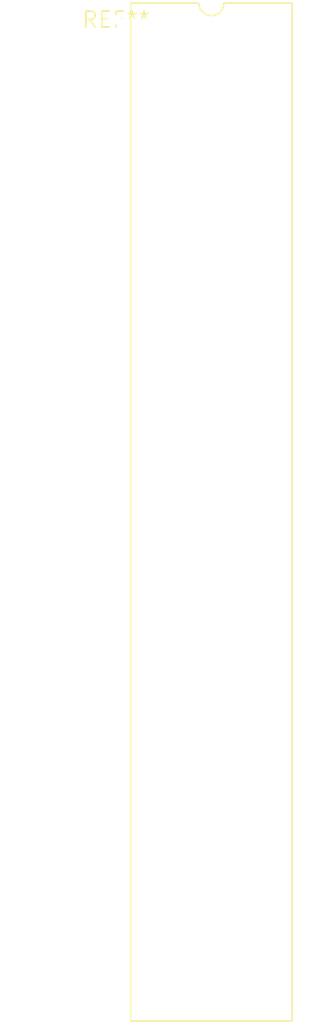
<source format=kicad_pcb>
(kicad_pcb (version 20240108) (generator pcbnew)
  (layers (0 "F.Cu" signal) (31 "B.Cu" signal) (34 "B.Paste" user) (35 "F.Paste" user) (36 "B.SilkS" user "B.Silkscreen") (37 "F.SilkS" user "F.Silkscreen") (38 "B.Mask" user) (39 "F.Mask" user) (44 "Edge.Cuts" user))
  (net 0 "")
  (footprint "DIP-64_W15.24mm" (layer "F.Cu") (at 0 0)
    (property "Reference" "REF**")
    (property "Value" "DIP-64_W15.24mm")
    (fp_line (start 1.16 -1.33) (end 1.16 80.07) (layer "F.SilkS") (stroke (width 0.12)))
    (fp_line (start 1.16 80.07) (end 14.08 80.07) (layer "F.SilkS") (stroke (width 0.12)))
    (fp_line (start 6.62 -1.33) (end 1.16 -1.33) (layer "F.SilkS") (stroke (width 0.12)))
    (fp_line (start 14.08 -1.33) (end 8.62 -1.33) (layer "F.SilkS") (stroke (width 0.12)))
    (fp_line (start 14.08 80.07) (end 14.08 -1.33) (layer "F.SilkS") (stroke (width 0.12)))
    (fp_arc (start 8.62 -1.33) (mid 7.62 -0.33) (end 6.62 -1.33) (layer "F.SilkS") (stroke (width 0.12)))
    (pad "1" thru_hole rect (at 0 0) (size 1.6 1.6) (drill 0.8) (layers *.Cu *.Mask) (remove_unused_layers))
    (pad "2" thru_hole oval (at 0 2.54) (size 1.6 1.6) (drill 0.8) (layers *.Cu *.Mask) (remove_unused_layers))
    (pad "3" thru_hole oval (at 0 5.08) (size 1.6 1.6) (drill 0.8) (layers *.Cu *.Mask) (remove_unused_layers))
    (pad "4" thru_hole oval (at 0 7.62) (size 1.6 1.6) (drill 0.8) (layers *.Cu *.Mask) (remove_unused_layers))
    (pad "5" thru_hole oval (at 0 10.16) (size 1.6 1.6) (drill 0.8) (layers *.Cu *.Mask) (remove_unused_layers))
    (pad "6" thru_hole oval (at 0 12.7) (size 1.6 1.6) (drill 0.8) (layers *.Cu *.Mask) (remove_unused_layers))
    (pad "7" thru_hole oval (at 0 15.24) (size 1.6 1.6) (drill 0.8) (layers *.Cu *.Mask) (remove_unused_layers))
    (pad "8" thru_hole oval (at 0 17.78) (size 1.6 1.6) (drill 0.8) (layers *.Cu *.Mask) (remove_unused_layers))
    (pad "9" thru_hole oval (at 0 20.32) (size 1.6 1.6) (drill 0.8) (layers *.Cu *.Mask) (remove_unused_layers))
    (pad "10" thru_hole oval (at 0 22.86) (size 1.6 1.6) (drill 0.8) (layers *.Cu *.Mask) (remove_unused_layers))
    (pad "11" thru_hole oval (at 0 25.4) (size 1.6 1.6) (drill 0.8) (layers *.Cu *.Mask) (remove_unused_layers))
    (pad "12" thru_hole oval (at 0 27.94) (size 1.6 1.6) (drill 0.8) (layers *.Cu *.Mask) (remove_unused_layers))
    (pad "13" thru_hole oval (at 0 30.48) (size 1.6 1.6) (drill 0.8) (layers *.Cu *.Mask) (remove_unused_layers))
    (pad "14" thru_hole oval (at 0 33.02) (size 1.6 1.6) (drill 0.8) (layers *.Cu *.Mask) (remove_unused_layers))
    (pad "15" thru_hole oval (at 0 35.56) (size 1.6 1.6) (drill 0.8) (layers *.Cu *.Mask) (remove_unused_layers))
    (pad "16" thru_hole oval (at 0 38.1) (size 1.6 1.6) (drill 0.8) (layers *.Cu *.Mask) (remove_unused_layers))
    (pad "17" thru_hole oval (at 0 40.64) (size 1.6 1.6) (drill 0.8) (layers *.Cu *.Mask) (remove_unused_layers))
    (pad "18" thru_hole oval (at 0 43.18) (size 1.6 1.6) (drill 0.8) (layers *.Cu *.Mask) (remove_unused_layers))
    (pad "19" thru_hole oval (at 0 45.72) (size 1.6 1.6) (drill 0.8) (layers *.Cu *.Mask) (remove_unused_layers))
    (pad "20" thru_hole oval (at 0 48.26) (size 1.6 1.6) (drill 0.8) (layers *.Cu *.Mask) (remove_unused_layers))
    (pad "21" thru_hole oval (at 0 50.8) (size 1.6 1.6) (drill 0.8) (layers *.Cu *.Mask) (remove_unused_layers))
    (pad "22" thru_hole oval (at 0 53.34) (size 1.6 1.6) (drill 0.8) (layers *.Cu *.Mask) (remove_unused_layers))
    (pad "23" thru_hole oval (at 0 55.88) (size 1.6 1.6) (drill 0.8) (layers *.Cu *.Mask) (remove_unused_layers))
    (pad "24" thru_hole oval (at 0 58.42) (size 1.6 1.6) (drill 0.8) (layers *.Cu *.Mask) (remove_unused_layers))
    (pad "25" thru_hole oval (at 0 60.96) (size 1.6 1.6) (drill 0.8) (layers *.Cu *.Mask) (remove_unused_layers))
    (pad "26" thru_hole oval (at 0 63.5) (size 1.6 1.6) (drill 0.8) (layers *.Cu *.Mask) (remove_unused_layers))
    (pad "27" thru_hole oval (at 0 66.04) (size 1.6 1.6) (drill 0.8) (layers *.Cu *.Mask) (remove_unused_layers))
    (pad "28" thru_hole oval (at 0 68.58) (size 1.6 1.6) (drill 0.8) (layers *.Cu *.Mask) (remove_unused_layers))
    (pad "29" thru_hole oval (at 0 71.12) (size 1.6 1.6) (drill 0.8) (layers *.Cu *.Mask) (remove_unused_layers))
    (pad "30" thru_hole oval (at 0 73.66) (size 1.6 1.6) (drill 0.8) (layers *.Cu *.Mask) (remove_unused_layers))
    (pad "31" thru_hole oval (at 0 76.2) (size 1.6 1.6) (drill 0.8) (layers *.Cu *.Mask) (remove_unused_layers))
    (pad "32" thru_hole oval (at 0 78.74) (size 1.6 1.6) (drill 0.8) (layers *.Cu *.Mask) (remove_unused_layers))
    (pad "33" thru_hole oval (at 15.24 78.74) (size 1.6 1.6) (drill 0.8) (layers *.Cu *.Mask) (remove_unused_layers))
    (pad "34" thru_hole oval (at 15.24 76.2) (size 1.6 1.6) (drill 0.8) (layers *.Cu *.Mask) (remove_unused_layers))
    (pad "35" thru_hole oval (at 15.24 73.66) (size 1.6 1.6) (drill 0.8) (layers *.Cu *.Mask) (remove_unused_layers))
    (pad "36" thru_hole oval (at 15.24 71.12) (size 1.6 1.6) (drill 0.8) (layers *.Cu *.Mask) (remove_unused_layers))
    (pad "37" thru_hole oval (at 15.24 68.58) (size 1.6 1.6) (drill 0.8) (layers *.Cu *.Mask) (remove_unused_layers))
    (pad "38" thru_hole oval (at 15.24 66.04) (size 1.6 1.6) (drill 0.8) (layers *.Cu *.Mask) (remove_unused_layers))
    (pad "39" thru_hole oval (at 15.24 63.5) (size 1.6 1.6) (drill 0.8) (layers *.Cu *.Mask) (remove_unused_layers))
    (pad "40" thru_hole oval (at 15.24 60.96) (size 1.6 1.6) (drill 0.8) (layers *.Cu *.Mask) (remove_unused_layers))
    (pad "41" thru_hole oval (at 15.24 58.42) (size 1.6 1.6) (drill 0.8) (layers *.Cu *.Mask) (remove_unused_layers))
    (pad "42" thru_hole oval (at 15.24 55.88) (size 1.6 1.6) (drill 0.8) (layers *.Cu *.Mask) (remove_unused_layers))
    (pad "43" thru_hole oval (at 15.24 53.34) (size 1.6 1.6) (drill 0.8) (layers *.Cu *.Mask) (remove_unused_layers))
    (pad "44" thru_hole oval (at 15.24 50.8) (size 1.6 1.6) (drill 0.8) (layers *.Cu *.Mask) (remove_unused_layers))
    (pad "45" thru_hole oval (at 15.24 48.26) (size 1.6 1.6) (drill 0.8) (layers *.Cu *.Mask) (remove_unused_layers))
    (pad "46" thru_hole oval (at 15.24 45.72) (size 1.6 1.6) (drill 0.8) (layers *.Cu *.Mask) (remove_unused_layers))
    (pad "47" thru_hole oval (at 15.24 43.18) (size 1.6 1.6) (drill 0.8) (layers *.Cu *.Mask) (remove_unused_layers))
    (pad "48" thru_hole oval (at 15.24 40.64) (size 1.6 1.6) (drill 0.8) (layers *.Cu *.Mask) (remove_unused_layers))
    (pad "49" thru_hole oval (at 15.24 38.1) (size 1.6 1.6) (drill 0.8) (layers *.Cu *.Mask) (remove_unused_layers))
    (pad "50" thru_hole oval (at 15.24 35.56) (size 1.6 1.6) (drill 0.8) (layers *.Cu *.Mask) (remove_unused_layers))
    (pad "51" thru_hole oval (at 15.24 33.02) (size 1.6 1.6) (drill 0.8) (layers *.Cu *.Mask) (remove_unused_layers))
    (pad "52" thru_hole oval (at 15.24 30.48) (size 1.6 1.6) (drill 0.8) (layers *.Cu *.Mask) (remove_unused_layers))
    (pad "53" thru_hole oval (at 15.24 27.94) (size 1.6 1.6) (drill 0.8) (layers *.Cu *.Mask) (remove_unused_layers))
    (pad "54" thru_hole oval (at 15.24 25.4) (size 1.6 1.6) (drill 0.8) (layers *.Cu *.Mask) (remove_unused_layers))
    (pad "55" thru_hole oval (at 15.24 22.86) (size 1.6 1.6) (drill 0.8) (layers *.Cu *.Mask) (remove_unused_layers))
    (pad "56" thru_hole oval (at 15.24 20.32) (size 1.6 1.6) (drill 0.8) (layers *.Cu *.Mask) (remove_unused_layers))
    (pad "57" thru_hole oval (at 15.24 17.78) (size 1.6 1.6) (drill 0.8) (layers *.Cu *.Mask) (remove_unused_layers))
    (pad "58" thru_hole oval (at 15.24 15.24) (size 1.6 1.6) (drill 0.8) (layers *.Cu *.Mask) (remove_unused_layers))
    (pad "59" thru_hole oval (at 15.24 12.7) (size 1.6 1.6) (drill 0.8) (layers *.Cu *.Mask) (remove_unused_layers))
    (pad "60" thru_hole oval (at 15.24 10.16) (size 1.6 1.6) (drill 0.8) (layers *.Cu *.Mask) (remove_unused_layers))
    (pad "61" thru_hole oval (at 15.24 7.62) (size 1.6 1.6) (drill 0.8) (layers *.Cu *.Mask) (remove_unused_layers))
    (pad "62" thru_hole oval (at 15.24 5.08) (size 1.6 1.6) (drill 0.8) (layers *.Cu *.Mask) (remove_unused_layers))
    (pad "63" thru_hole oval (at 15.24 2.54) (size 1.6 1.6) (drill 0.8) (layers *.Cu *.Mask) (remove_unused_layers))
    (pad "64" thru_hole oval (at 15.24 0) (size 1.6 1.6) (drill 0.8) (layers *.Cu *.Mask) (remove_unused_layers))
  )
)
</source>
